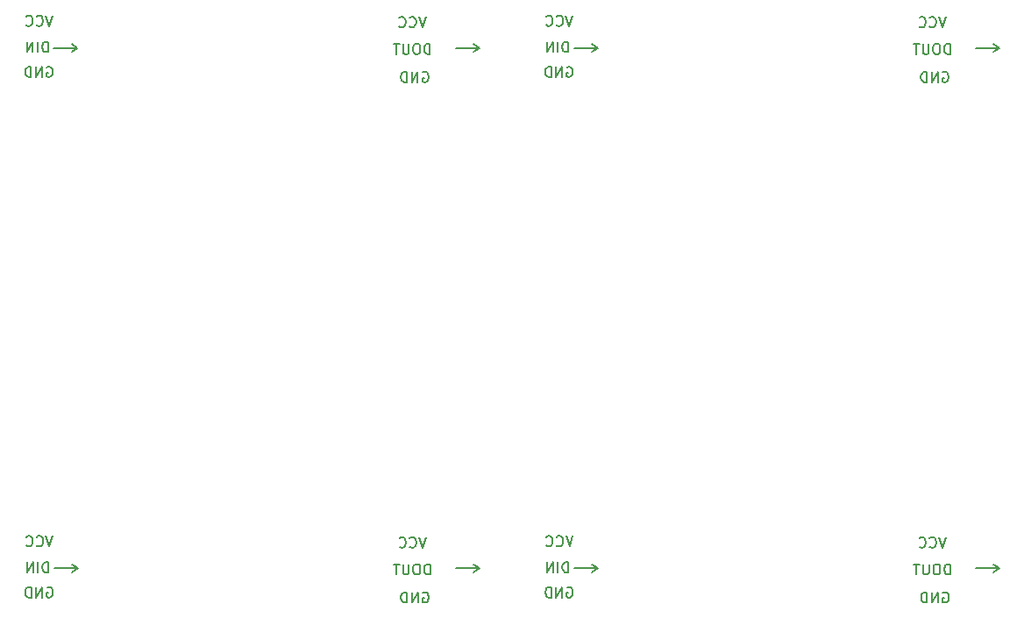
<source format=gbr>
G04 #@! TF.GenerationSoftware,KiCad,Pcbnew,(5.1.5)-3*
G04 #@! TF.CreationDate,2019-12-09T10:08:32+08:00*
G04 #@! TF.ProjectId,LED__,4c454495-7f2e-46b6-9963-61645f706362,rev?*
G04 #@! TF.SameCoordinates,Original*
G04 #@! TF.FileFunction,Legend,Bot*
G04 #@! TF.FilePolarity,Positive*
%FSLAX46Y46*%
G04 Gerber Fmt 4.6, Leading zero omitted, Abs format (unit mm)*
G04 Created by KiCad (PCBNEW (5.1.5)-3) date 2019-12-09 10:08:32*
%MOMM*%
%LPD*%
G04 APERTURE LIST*
%ADD10C,0.150000*%
G04 APERTURE END LIST*
D10*
X147447142Y-71587142D02*
X149732857Y-71587142D01*
X149161428Y-71206190D02*
X149732857Y-71587142D01*
X149161428Y-71968095D01*
X183373333Y-68602380D02*
X183040000Y-69602380D01*
X182706666Y-68602380D01*
X181801904Y-69507142D02*
X181849523Y-69554761D01*
X181992380Y-69602380D01*
X182087619Y-69602380D01*
X182230476Y-69554761D01*
X182325714Y-69459523D01*
X182373333Y-69364285D01*
X182420952Y-69173809D01*
X182420952Y-69030952D01*
X182373333Y-68840476D01*
X182325714Y-68745238D01*
X182230476Y-68650000D01*
X182087619Y-68602380D01*
X181992380Y-68602380D01*
X181849523Y-68650000D01*
X181801904Y-68697619D01*
X180801904Y-69507142D02*
X180849523Y-69554761D01*
X180992380Y-69602380D01*
X181087619Y-69602380D01*
X181230476Y-69554761D01*
X181325714Y-69459523D01*
X181373333Y-69364285D01*
X181420952Y-69173809D01*
X181420952Y-69030952D01*
X181373333Y-68840476D01*
X181325714Y-68745238D01*
X181230476Y-68650000D01*
X181087619Y-68602380D01*
X180992380Y-68602380D01*
X180849523Y-68650000D01*
X180801904Y-68697619D01*
X183770476Y-72192380D02*
X183770476Y-71192380D01*
X183532380Y-71192380D01*
X183389523Y-71240000D01*
X183294285Y-71335238D01*
X183246666Y-71430476D01*
X183199047Y-71620952D01*
X183199047Y-71763809D01*
X183246666Y-71954285D01*
X183294285Y-72049523D01*
X183389523Y-72144761D01*
X183532380Y-72192380D01*
X183770476Y-72192380D01*
X182580000Y-71192380D02*
X182389523Y-71192380D01*
X182294285Y-71240000D01*
X182199047Y-71335238D01*
X182151428Y-71525714D01*
X182151428Y-71859047D01*
X182199047Y-72049523D01*
X182294285Y-72144761D01*
X182389523Y-72192380D01*
X182580000Y-72192380D01*
X182675238Y-72144761D01*
X182770476Y-72049523D01*
X182818095Y-71859047D01*
X182818095Y-71525714D01*
X182770476Y-71335238D01*
X182675238Y-71240000D01*
X182580000Y-71192380D01*
X181722857Y-71192380D02*
X181722857Y-72001904D01*
X181675238Y-72097142D01*
X181627619Y-72144761D01*
X181532380Y-72192380D01*
X181341904Y-72192380D01*
X181246666Y-72144761D01*
X181199047Y-72097142D01*
X181151428Y-72001904D01*
X181151428Y-71192380D01*
X180818095Y-71192380D02*
X180246666Y-71192380D01*
X180532380Y-72192380D02*
X180532380Y-71192380D01*
X147343333Y-68472380D02*
X147010000Y-69472380D01*
X146676666Y-68472380D01*
X145771904Y-69377142D02*
X145819523Y-69424761D01*
X145962380Y-69472380D01*
X146057619Y-69472380D01*
X146200476Y-69424761D01*
X146295714Y-69329523D01*
X146343333Y-69234285D01*
X146390952Y-69043809D01*
X146390952Y-68900952D01*
X146343333Y-68710476D01*
X146295714Y-68615238D01*
X146200476Y-68520000D01*
X146057619Y-68472380D01*
X145962380Y-68472380D01*
X145819523Y-68520000D01*
X145771904Y-68567619D01*
X144771904Y-69377142D02*
X144819523Y-69424761D01*
X144962380Y-69472380D01*
X145057619Y-69472380D01*
X145200476Y-69424761D01*
X145295714Y-69329523D01*
X145343333Y-69234285D01*
X145390952Y-69043809D01*
X145390952Y-68900952D01*
X145343333Y-68710476D01*
X145295714Y-68615238D01*
X145200476Y-68520000D01*
X145057619Y-68472380D01*
X144962380Y-68472380D01*
X144819523Y-68520000D01*
X144771904Y-68567619D01*
X146893809Y-72002380D02*
X146893809Y-71002380D01*
X146655714Y-71002380D01*
X146512857Y-71050000D01*
X146417619Y-71145238D01*
X146370000Y-71240476D01*
X146322380Y-71430952D01*
X146322380Y-71573809D01*
X146370000Y-71764285D01*
X146417619Y-71859523D01*
X146512857Y-71954761D01*
X146655714Y-72002380D01*
X146893809Y-72002380D01*
X145893809Y-72002380D02*
X145893809Y-71002380D01*
X145417619Y-72002380D02*
X145417619Y-71002380D01*
X144846190Y-72002380D01*
X144846190Y-71002380D01*
X186247142Y-71607142D02*
X188532857Y-71607142D01*
X187961428Y-71226190D02*
X188532857Y-71607142D01*
X187961428Y-71988095D01*
X146771904Y-73460000D02*
X146867142Y-73412380D01*
X147010000Y-73412380D01*
X147152857Y-73460000D01*
X147248095Y-73555238D01*
X147295714Y-73650476D01*
X147343333Y-73840952D01*
X147343333Y-73983809D01*
X147295714Y-74174285D01*
X147248095Y-74269523D01*
X147152857Y-74364761D01*
X147010000Y-74412380D01*
X146914761Y-74412380D01*
X146771904Y-74364761D01*
X146724285Y-74317142D01*
X146724285Y-73983809D01*
X146914761Y-73983809D01*
X146295714Y-74412380D02*
X146295714Y-73412380D01*
X145724285Y-74412380D01*
X145724285Y-73412380D01*
X145248095Y-74412380D02*
X145248095Y-73412380D01*
X145010000Y-73412380D01*
X144867142Y-73460000D01*
X144771904Y-73555238D01*
X144724285Y-73650476D01*
X144676666Y-73840952D01*
X144676666Y-73983809D01*
X144724285Y-74174285D01*
X144771904Y-74269523D01*
X144867142Y-74364761D01*
X145010000Y-74412380D01*
X145248095Y-74412380D01*
X183061904Y-73950000D02*
X183157142Y-73902380D01*
X183300000Y-73902380D01*
X183442857Y-73950000D01*
X183538095Y-74045238D01*
X183585714Y-74140476D01*
X183633333Y-74330952D01*
X183633333Y-74473809D01*
X183585714Y-74664285D01*
X183538095Y-74759523D01*
X183442857Y-74854761D01*
X183300000Y-74902380D01*
X183204761Y-74902380D01*
X183061904Y-74854761D01*
X183014285Y-74807142D01*
X183014285Y-74473809D01*
X183204761Y-74473809D01*
X182585714Y-74902380D02*
X182585714Y-73902380D01*
X182014285Y-74902380D01*
X182014285Y-73902380D01*
X181538095Y-74902380D02*
X181538095Y-73902380D01*
X181300000Y-73902380D01*
X181157142Y-73950000D01*
X181061904Y-74045238D01*
X181014285Y-74140476D01*
X180966666Y-74330952D01*
X180966666Y-74473809D01*
X181014285Y-74664285D01*
X181061904Y-74759523D01*
X181157142Y-74854761D01*
X181300000Y-74902380D01*
X181538095Y-74902380D01*
X133550476Y-72192380D02*
X133550476Y-71192380D01*
X133312380Y-71192380D01*
X133169523Y-71240000D01*
X133074285Y-71335238D01*
X133026666Y-71430476D01*
X132979047Y-71620952D01*
X132979047Y-71763809D01*
X133026666Y-71954285D01*
X133074285Y-72049523D01*
X133169523Y-72144761D01*
X133312380Y-72192380D01*
X133550476Y-72192380D01*
X132360000Y-71192380D02*
X132169523Y-71192380D01*
X132074285Y-71240000D01*
X131979047Y-71335238D01*
X131931428Y-71525714D01*
X131931428Y-71859047D01*
X131979047Y-72049523D01*
X132074285Y-72144761D01*
X132169523Y-72192380D01*
X132360000Y-72192380D01*
X132455238Y-72144761D01*
X132550476Y-72049523D01*
X132598095Y-71859047D01*
X132598095Y-71525714D01*
X132550476Y-71335238D01*
X132455238Y-71240000D01*
X132360000Y-71192380D01*
X131502857Y-71192380D02*
X131502857Y-72001904D01*
X131455238Y-72097142D01*
X131407619Y-72144761D01*
X131312380Y-72192380D01*
X131121904Y-72192380D01*
X131026666Y-72144761D01*
X130979047Y-72097142D01*
X130931428Y-72001904D01*
X130931428Y-71192380D01*
X130598095Y-71192380D02*
X130026666Y-71192380D01*
X130312380Y-72192380D02*
X130312380Y-71192380D01*
X97123333Y-68472380D02*
X96790000Y-69472380D01*
X96456666Y-68472380D01*
X95551904Y-69377142D02*
X95599523Y-69424761D01*
X95742380Y-69472380D01*
X95837619Y-69472380D01*
X95980476Y-69424761D01*
X96075714Y-69329523D01*
X96123333Y-69234285D01*
X96170952Y-69043809D01*
X96170952Y-68900952D01*
X96123333Y-68710476D01*
X96075714Y-68615238D01*
X95980476Y-68520000D01*
X95837619Y-68472380D01*
X95742380Y-68472380D01*
X95599523Y-68520000D01*
X95551904Y-68567619D01*
X94551904Y-69377142D02*
X94599523Y-69424761D01*
X94742380Y-69472380D01*
X94837619Y-69472380D01*
X94980476Y-69424761D01*
X95075714Y-69329523D01*
X95123333Y-69234285D01*
X95170952Y-69043809D01*
X95170952Y-68900952D01*
X95123333Y-68710476D01*
X95075714Y-68615238D01*
X94980476Y-68520000D01*
X94837619Y-68472380D01*
X94742380Y-68472380D01*
X94599523Y-68520000D01*
X94551904Y-68567619D01*
X96673809Y-72002380D02*
X96673809Y-71002380D01*
X96435714Y-71002380D01*
X96292857Y-71050000D01*
X96197619Y-71145238D01*
X96150000Y-71240476D01*
X96102380Y-71430952D01*
X96102380Y-71573809D01*
X96150000Y-71764285D01*
X96197619Y-71859523D01*
X96292857Y-71954761D01*
X96435714Y-72002380D01*
X96673809Y-72002380D01*
X95673809Y-72002380D02*
X95673809Y-71002380D01*
X95197619Y-72002380D02*
X95197619Y-71002380D01*
X94626190Y-72002380D01*
X94626190Y-71002380D01*
X136027142Y-71607142D02*
X138312857Y-71607142D01*
X137741428Y-71226190D02*
X138312857Y-71607142D01*
X137741428Y-71988095D01*
X97227142Y-71587142D02*
X99512857Y-71587142D01*
X98941428Y-71206190D02*
X99512857Y-71587142D01*
X98941428Y-71968095D01*
X133153333Y-68602380D02*
X132820000Y-69602380D01*
X132486666Y-68602380D01*
X131581904Y-69507142D02*
X131629523Y-69554761D01*
X131772380Y-69602380D01*
X131867619Y-69602380D01*
X132010476Y-69554761D01*
X132105714Y-69459523D01*
X132153333Y-69364285D01*
X132200952Y-69173809D01*
X132200952Y-69030952D01*
X132153333Y-68840476D01*
X132105714Y-68745238D01*
X132010476Y-68650000D01*
X131867619Y-68602380D01*
X131772380Y-68602380D01*
X131629523Y-68650000D01*
X131581904Y-68697619D01*
X130581904Y-69507142D02*
X130629523Y-69554761D01*
X130772380Y-69602380D01*
X130867619Y-69602380D01*
X131010476Y-69554761D01*
X131105714Y-69459523D01*
X131153333Y-69364285D01*
X131200952Y-69173809D01*
X131200952Y-69030952D01*
X131153333Y-68840476D01*
X131105714Y-68745238D01*
X131010476Y-68650000D01*
X130867619Y-68602380D01*
X130772380Y-68602380D01*
X130629523Y-68650000D01*
X130581904Y-68697619D01*
X132841904Y-73950000D02*
X132937142Y-73902380D01*
X133080000Y-73902380D01*
X133222857Y-73950000D01*
X133318095Y-74045238D01*
X133365714Y-74140476D01*
X133413333Y-74330952D01*
X133413333Y-74473809D01*
X133365714Y-74664285D01*
X133318095Y-74759523D01*
X133222857Y-74854761D01*
X133080000Y-74902380D01*
X132984761Y-74902380D01*
X132841904Y-74854761D01*
X132794285Y-74807142D01*
X132794285Y-74473809D01*
X132984761Y-74473809D01*
X132365714Y-74902380D02*
X132365714Y-73902380D01*
X131794285Y-74902380D01*
X131794285Y-73902380D01*
X131318095Y-74902380D02*
X131318095Y-73902380D01*
X131080000Y-73902380D01*
X130937142Y-73950000D01*
X130841904Y-74045238D01*
X130794285Y-74140476D01*
X130746666Y-74330952D01*
X130746666Y-74473809D01*
X130794285Y-74664285D01*
X130841904Y-74759523D01*
X130937142Y-74854761D01*
X131080000Y-74902380D01*
X131318095Y-74902380D01*
X96551904Y-73460000D02*
X96647142Y-73412380D01*
X96790000Y-73412380D01*
X96932857Y-73460000D01*
X97028095Y-73555238D01*
X97075714Y-73650476D01*
X97123333Y-73840952D01*
X97123333Y-73983809D01*
X97075714Y-74174285D01*
X97028095Y-74269523D01*
X96932857Y-74364761D01*
X96790000Y-74412380D01*
X96694761Y-74412380D01*
X96551904Y-74364761D01*
X96504285Y-74317142D01*
X96504285Y-73983809D01*
X96694761Y-73983809D01*
X96075714Y-74412380D02*
X96075714Y-73412380D01*
X95504285Y-74412380D01*
X95504285Y-73412380D01*
X95028095Y-74412380D02*
X95028095Y-73412380D01*
X94790000Y-73412380D01*
X94647142Y-73460000D01*
X94551904Y-73555238D01*
X94504285Y-73650476D01*
X94456666Y-73840952D01*
X94456666Y-73983809D01*
X94504285Y-74174285D01*
X94551904Y-74269523D01*
X94647142Y-74364761D01*
X94790000Y-74412380D01*
X95028095Y-74412380D01*
X183780476Y-122452380D02*
X183780476Y-121452380D01*
X183542380Y-121452380D01*
X183399523Y-121500000D01*
X183304285Y-121595238D01*
X183256666Y-121690476D01*
X183209047Y-121880952D01*
X183209047Y-122023809D01*
X183256666Y-122214285D01*
X183304285Y-122309523D01*
X183399523Y-122404761D01*
X183542380Y-122452380D01*
X183780476Y-122452380D01*
X182590000Y-121452380D02*
X182399523Y-121452380D01*
X182304285Y-121500000D01*
X182209047Y-121595238D01*
X182161428Y-121785714D01*
X182161428Y-122119047D01*
X182209047Y-122309523D01*
X182304285Y-122404761D01*
X182399523Y-122452380D01*
X182590000Y-122452380D01*
X182685238Y-122404761D01*
X182780476Y-122309523D01*
X182828095Y-122119047D01*
X182828095Y-121785714D01*
X182780476Y-121595238D01*
X182685238Y-121500000D01*
X182590000Y-121452380D01*
X181732857Y-121452380D02*
X181732857Y-122261904D01*
X181685238Y-122357142D01*
X181637619Y-122404761D01*
X181542380Y-122452380D01*
X181351904Y-122452380D01*
X181256666Y-122404761D01*
X181209047Y-122357142D01*
X181161428Y-122261904D01*
X181161428Y-121452380D01*
X180828095Y-121452380D02*
X180256666Y-121452380D01*
X180542380Y-122452380D02*
X180542380Y-121452380D01*
X147353333Y-118732380D02*
X147020000Y-119732380D01*
X146686666Y-118732380D01*
X145781904Y-119637142D02*
X145829523Y-119684761D01*
X145972380Y-119732380D01*
X146067619Y-119732380D01*
X146210476Y-119684761D01*
X146305714Y-119589523D01*
X146353333Y-119494285D01*
X146400952Y-119303809D01*
X146400952Y-119160952D01*
X146353333Y-118970476D01*
X146305714Y-118875238D01*
X146210476Y-118780000D01*
X146067619Y-118732380D01*
X145972380Y-118732380D01*
X145829523Y-118780000D01*
X145781904Y-118827619D01*
X144781904Y-119637142D02*
X144829523Y-119684761D01*
X144972380Y-119732380D01*
X145067619Y-119732380D01*
X145210476Y-119684761D01*
X145305714Y-119589523D01*
X145353333Y-119494285D01*
X145400952Y-119303809D01*
X145400952Y-119160952D01*
X145353333Y-118970476D01*
X145305714Y-118875238D01*
X145210476Y-118780000D01*
X145067619Y-118732380D01*
X144972380Y-118732380D01*
X144829523Y-118780000D01*
X144781904Y-118827619D01*
X146903809Y-122262380D02*
X146903809Y-121262380D01*
X146665714Y-121262380D01*
X146522857Y-121310000D01*
X146427619Y-121405238D01*
X146380000Y-121500476D01*
X146332380Y-121690952D01*
X146332380Y-121833809D01*
X146380000Y-122024285D01*
X146427619Y-122119523D01*
X146522857Y-122214761D01*
X146665714Y-122262380D01*
X146903809Y-122262380D01*
X145903809Y-122262380D02*
X145903809Y-121262380D01*
X145427619Y-122262380D02*
X145427619Y-121262380D01*
X144856190Y-122262380D01*
X144856190Y-121262380D01*
X186257142Y-121867142D02*
X188542857Y-121867142D01*
X187971428Y-121486190D02*
X188542857Y-121867142D01*
X187971428Y-122248095D01*
X147457142Y-121847142D02*
X149742857Y-121847142D01*
X149171428Y-121466190D02*
X149742857Y-121847142D01*
X149171428Y-122228095D01*
X183383333Y-118862380D02*
X183050000Y-119862380D01*
X182716666Y-118862380D01*
X181811904Y-119767142D02*
X181859523Y-119814761D01*
X182002380Y-119862380D01*
X182097619Y-119862380D01*
X182240476Y-119814761D01*
X182335714Y-119719523D01*
X182383333Y-119624285D01*
X182430952Y-119433809D01*
X182430952Y-119290952D01*
X182383333Y-119100476D01*
X182335714Y-119005238D01*
X182240476Y-118910000D01*
X182097619Y-118862380D01*
X182002380Y-118862380D01*
X181859523Y-118910000D01*
X181811904Y-118957619D01*
X180811904Y-119767142D02*
X180859523Y-119814761D01*
X181002380Y-119862380D01*
X181097619Y-119862380D01*
X181240476Y-119814761D01*
X181335714Y-119719523D01*
X181383333Y-119624285D01*
X181430952Y-119433809D01*
X181430952Y-119290952D01*
X181383333Y-119100476D01*
X181335714Y-119005238D01*
X181240476Y-118910000D01*
X181097619Y-118862380D01*
X181002380Y-118862380D01*
X180859523Y-118910000D01*
X180811904Y-118957619D01*
X183071904Y-124210000D02*
X183167142Y-124162380D01*
X183310000Y-124162380D01*
X183452857Y-124210000D01*
X183548095Y-124305238D01*
X183595714Y-124400476D01*
X183643333Y-124590952D01*
X183643333Y-124733809D01*
X183595714Y-124924285D01*
X183548095Y-125019523D01*
X183452857Y-125114761D01*
X183310000Y-125162380D01*
X183214761Y-125162380D01*
X183071904Y-125114761D01*
X183024285Y-125067142D01*
X183024285Y-124733809D01*
X183214761Y-124733809D01*
X182595714Y-125162380D02*
X182595714Y-124162380D01*
X182024285Y-125162380D01*
X182024285Y-124162380D01*
X181548095Y-125162380D02*
X181548095Y-124162380D01*
X181310000Y-124162380D01*
X181167142Y-124210000D01*
X181071904Y-124305238D01*
X181024285Y-124400476D01*
X180976666Y-124590952D01*
X180976666Y-124733809D01*
X181024285Y-124924285D01*
X181071904Y-125019523D01*
X181167142Y-125114761D01*
X181310000Y-125162380D01*
X181548095Y-125162380D01*
X146781904Y-123720000D02*
X146877142Y-123672380D01*
X147020000Y-123672380D01*
X147162857Y-123720000D01*
X147258095Y-123815238D01*
X147305714Y-123910476D01*
X147353333Y-124100952D01*
X147353333Y-124243809D01*
X147305714Y-124434285D01*
X147258095Y-124529523D01*
X147162857Y-124624761D01*
X147020000Y-124672380D01*
X146924761Y-124672380D01*
X146781904Y-124624761D01*
X146734285Y-124577142D01*
X146734285Y-124243809D01*
X146924761Y-124243809D01*
X146305714Y-124672380D02*
X146305714Y-123672380D01*
X145734285Y-124672380D01*
X145734285Y-123672380D01*
X145258095Y-124672380D02*
X145258095Y-123672380D01*
X145020000Y-123672380D01*
X144877142Y-123720000D01*
X144781904Y-123815238D01*
X144734285Y-123910476D01*
X144686666Y-124100952D01*
X144686666Y-124243809D01*
X144734285Y-124434285D01*
X144781904Y-124529523D01*
X144877142Y-124624761D01*
X145020000Y-124672380D01*
X145258095Y-124672380D01*
X136037142Y-121867142D02*
X138322857Y-121867142D01*
X137751428Y-121486190D02*
X138322857Y-121867142D01*
X137751428Y-122248095D01*
X97237142Y-121847142D02*
X99522857Y-121847142D01*
X98951428Y-121466190D02*
X99522857Y-121847142D01*
X98951428Y-122228095D01*
X96561904Y-123720000D02*
X96657142Y-123672380D01*
X96800000Y-123672380D01*
X96942857Y-123720000D01*
X97038095Y-123815238D01*
X97085714Y-123910476D01*
X97133333Y-124100952D01*
X97133333Y-124243809D01*
X97085714Y-124434285D01*
X97038095Y-124529523D01*
X96942857Y-124624761D01*
X96800000Y-124672380D01*
X96704761Y-124672380D01*
X96561904Y-124624761D01*
X96514285Y-124577142D01*
X96514285Y-124243809D01*
X96704761Y-124243809D01*
X96085714Y-124672380D02*
X96085714Y-123672380D01*
X95514285Y-124672380D01*
X95514285Y-123672380D01*
X95038095Y-124672380D02*
X95038095Y-123672380D01*
X94800000Y-123672380D01*
X94657142Y-123720000D01*
X94561904Y-123815238D01*
X94514285Y-123910476D01*
X94466666Y-124100952D01*
X94466666Y-124243809D01*
X94514285Y-124434285D01*
X94561904Y-124529523D01*
X94657142Y-124624761D01*
X94800000Y-124672380D01*
X95038095Y-124672380D01*
X96683809Y-122262380D02*
X96683809Y-121262380D01*
X96445714Y-121262380D01*
X96302857Y-121310000D01*
X96207619Y-121405238D01*
X96160000Y-121500476D01*
X96112380Y-121690952D01*
X96112380Y-121833809D01*
X96160000Y-122024285D01*
X96207619Y-122119523D01*
X96302857Y-122214761D01*
X96445714Y-122262380D01*
X96683809Y-122262380D01*
X95683809Y-122262380D02*
X95683809Y-121262380D01*
X95207619Y-122262380D02*
X95207619Y-121262380D01*
X94636190Y-122262380D01*
X94636190Y-121262380D01*
X97133333Y-118732380D02*
X96800000Y-119732380D01*
X96466666Y-118732380D01*
X95561904Y-119637142D02*
X95609523Y-119684761D01*
X95752380Y-119732380D01*
X95847619Y-119732380D01*
X95990476Y-119684761D01*
X96085714Y-119589523D01*
X96133333Y-119494285D01*
X96180952Y-119303809D01*
X96180952Y-119160952D01*
X96133333Y-118970476D01*
X96085714Y-118875238D01*
X95990476Y-118780000D01*
X95847619Y-118732380D01*
X95752380Y-118732380D01*
X95609523Y-118780000D01*
X95561904Y-118827619D01*
X94561904Y-119637142D02*
X94609523Y-119684761D01*
X94752380Y-119732380D01*
X94847619Y-119732380D01*
X94990476Y-119684761D01*
X95085714Y-119589523D01*
X95133333Y-119494285D01*
X95180952Y-119303809D01*
X95180952Y-119160952D01*
X95133333Y-118970476D01*
X95085714Y-118875238D01*
X94990476Y-118780000D01*
X94847619Y-118732380D01*
X94752380Y-118732380D01*
X94609523Y-118780000D01*
X94561904Y-118827619D01*
X132851904Y-124210000D02*
X132947142Y-124162380D01*
X133090000Y-124162380D01*
X133232857Y-124210000D01*
X133328095Y-124305238D01*
X133375714Y-124400476D01*
X133423333Y-124590952D01*
X133423333Y-124733809D01*
X133375714Y-124924285D01*
X133328095Y-125019523D01*
X133232857Y-125114761D01*
X133090000Y-125162380D01*
X132994761Y-125162380D01*
X132851904Y-125114761D01*
X132804285Y-125067142D01*
X132804285Y-124733809D01*
X132994761Y-124733809D01*
X132375714Y-125162380D02*
X132375714Y-124162380D01*
X131804285Y-125162380D01*
X131804285Y-124162380D01*
X131328095Y-125162380D02*
X131328095Y-124162380D01*
X131090000Y-124162380D01*
X130947142Y-124210000D01*
X130851904Y-124305238D01*
X130804285Y-124400476D01*
X130756666Y-124590952D01*
X130756666Y-124733809D01*
X130804285Y-124924285D01*
X130851904Y-125019523D01*
X130947142Y-125114761D01*
X131090000Y-125162380D01*
X131328095Y-125162380D01*
X133560476Y-122452380D02*
X133560476Y-121452380D01*
X133322380Y-121452380D01*
X133179523Y-121500000D01*
X133084285Y-121595238D01*
X133036666Y-121690476D01*
X132989047Y-121880952D01*
X132989047Y-122023809D01*
X133036666Y-122214285D01*
X133084285Y-122309523D01*
X133179523Y-122404761D01*
X133322380Y-122452380D01*
X133560476Y-122452380D01*
X132370000Y-121452380D02*
X132179523Y-121452380D01*
X132084285Y-121500000D01*
X131989047Y-121595238D01*
X131941428Y-121785714D01*
X131941428Y-122119047D01*
X131989047Y-122309523D01*
X132084285Y-122404761D01*
X132179523Y-122452380D01*
X132370000Y-122452380D01*
X132465238Y-122404761D01*
X132560476Y-122309523D01*
X132608095Y-122119047D01*
X132608095Y-121785714D01*
X132560476Y-121595238D01*
X132465238Y-121500000D01*
X132370000Y-121452380D01*
X131512857Y-121452380D02*
X131512857Y-122261904D01*
X131465238Y-122357142D01*
X131417619Y-122404761D01*
X131322380Y-122452380D01*
X131131904Y-122452380D01*
X131036666Y-122404761D01*
X130989047Y-122357142D01*
X130941428Y-122261904D01*
X130941428Y-121452380D01*
X130608095Y-121452380D02*
X130036666Y-121452380D01*
X130322380Y-122452380D02*
X130322380Y-121452380D01*
X133163333Y-118862380D02*
X132830000Y-119862380D01*
X132496666Y-118862380D01*
X131591904Y-119767142D02*
X131639523Y-119814761D01*
X131782380Y-119862380D01*
X131877619Y-119862380D01*
X132020476Y-119814761D01*
X132115714Y-119719523D01*
X132163333Y-119624285D01*
X132210952Y-119433809D01*
X132210952Y-119290952D01*
X132163333Y-119100476D01*
X132115714Y-119005238D01*
X132020476Y-118910000D01*
X131877619Y-118862380D01*
X131782380Y-118862380D01*
X131639523Y-118910000D01*
X131591904Y-118957619D01*
X130591904Y-119767142D02*
X130639523Y-119814761D01*
X130782380Y-119862380D01*
X130877619Y-119862380D01*
X131020476Y-119814761D01*
X131115714Y-119719523D01*
X131163333Y-119624285D01*
X131210952Y-119433809D01*
X131210952Y-119290952D01*
X131163333Y-119100476D01*
X131115714Y-119005238D01*
X131020476Y-118910000D01*
X130877619Y-118862380D01*
X130782380Y-118862380D01*
X130639523Y-118910000D01*
X130591904Y-118957619D01*
M02*

</source>
